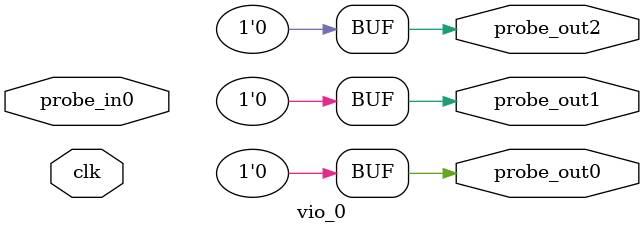
<source format=v>
`timescale 1ns / 1ps
module vio_0 (
clk,
probe_in0,
probe_out0,
probe_out1,
probe_out2
);

input clk;
input [0 : 0] probe_in0;

output reg [0 : 0] probe_out0 = 'h0 ;
output reg [0 : 0] probe_out1 = 'h0 ;
output reg [0 : 0] probe_out2 = 'h0 ;


endmodule

</source>
